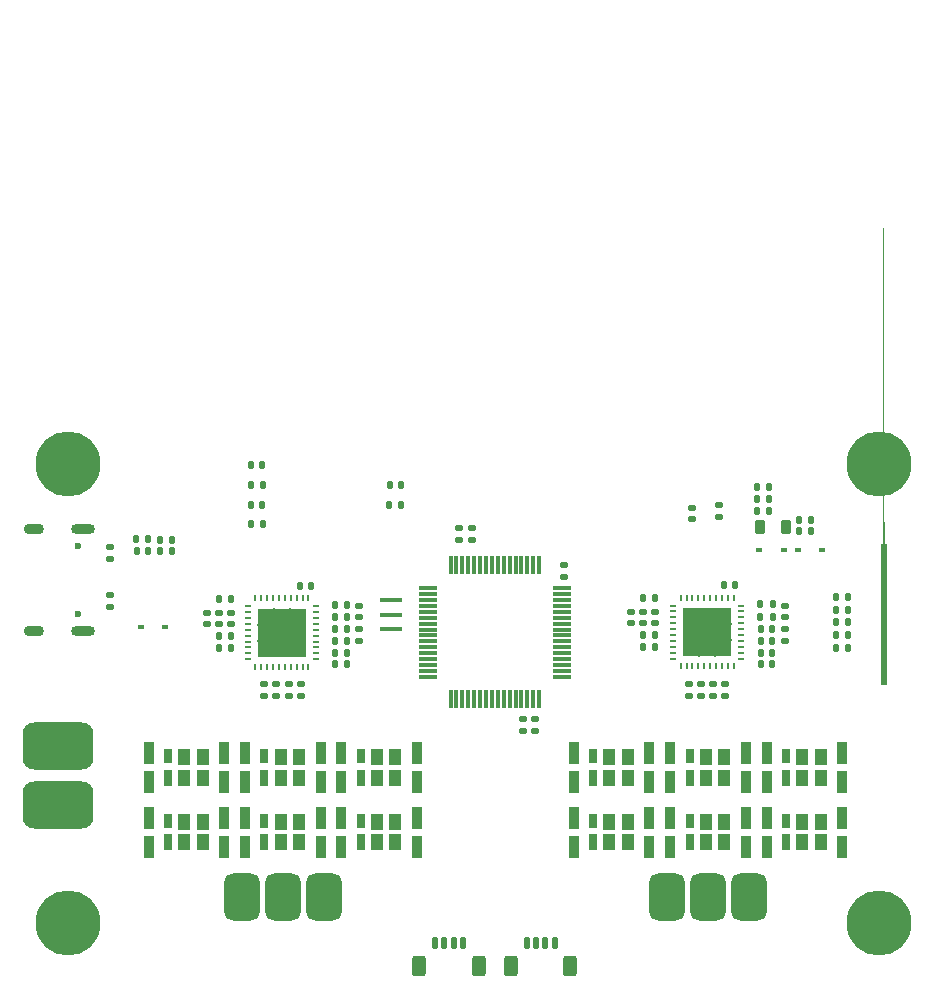
<source format=gbr>
%TF.GenerationSoftware,KiCad,Pcbnew,(6.0.4)*%
%TF.CreationDate,2023-01-05T12:04:56+08:00*%
%TF.ProjectId,FOC_Power,464f435f-506f-4776-9572-2e6b69636164,rev?*%
%TF.SameCoordinates,Original*%
%TF.FileFunction,Soldermask,Top*%
%TF.FilePolarity,Negative*%
%FSLAX46Y46*%
G04 Gerber Fmt 4.6, Leading zero omitted, Abs format (unit mm)*
G04 Created by KiCad (PCBNEW (6.0.4)) date 2023-01-05 12:04:56*
%MOMM*%
%LPD*%
G01*
G04 APERTURE LIST*
G04 Aperture macros list*
%AMRoundRect*
0 Rectangle with rounded corners*
0 $1 Rounding radius*
0 $2 $3 $4 $5 $6 $7 $8 $9 X,Y pos of 4 corners*
0 Add a 4 corners polygon primitive as box body*
4,1,4,$2,$3,$4,$5,$6,$7,$8,$9,$2,$3,0*
0 Add four circle primitives for the rounded corners*
1,1,$1+$1,$2,$3*
1,1,$1+$1,$4,$5*
1,1,$1+$1,$6,$7*
1,1,$1+$1,$8,$9*
0 Add four rect primitives between the rounded corners*
20,1,$1+$1,$2,$3,$4,$5,0*
20,1,$1+$1,$4,$5,$6,$7,0*
20,1,$1+$1,$6,$7,$8,$9,0*
20,1,$1+$1,$8,$9,$2,$3,0*%
%AMFreePoly0*
4,1,53,0.110896,1.805487,0.122688,1.805545,0.193687,1.776545,0.193915,1.776320,0.194234,1.776318,0.210222,1.760172,0.226318,1.744234,0.226320,1.743916,0.226545,1.743688,0.255545,1.672688,0.255487,1.660896,0.260000,1.650000,0.260000,-1.650000,0.255487,-1.660896,0.255545,-1.672688,0.226545,-1.743688,0.226320,-1.743916,0.226318,-1.744234,0.210222,-1.760172,0.194234,-1.776318,
0.193915,-1.776320,0.193687,-1.776545,0.122688,-1.805545,0.110896,-1.805487,0.100000,-1.810000,-0.100000,-1.810000,-0.110896,-1.805487,-0.122688,-1.805545,-0.193688,-1.776545,-0.193916,-1.776320,-0.194234,-1.776318,-0.210172,-1.760222,-0.226318,-1.744234,-0.226320,-1.743915,-0.226545,-1.743687,-0.255545,-1.672688,-0.255487,-1.660896,-0.260000,-1.650000,-0.260000,1.650000,-0.255487,1.660896,
-0.255545,1.672688,-0.226545,1.743687,-0.226320,1.743915,-0.226318,1.744234,-0.210172,1.760222,-0.194234,1.776318,-0.193916,1.776320,-0.193688,1.776545,-0.122688,1.805545,-0.110896,1.805487,-0.100000,1.810000,0.100000,1.810000,0.110896,1.805487,0.110896,1.805487,$1*%
G04 Aperture macros list end*
%ADD10RoundRect,0.135000X-0.135000X-0.185000X0.135000X-0.185000X0.135000X0.185000X-0.135000X0.185000X0*%
%ADD11RoundRect,0.140000X0.140000X0.170000X-0.140000X0.170000X-0.140000X-0.170000X0.140000X-0.170000X0*%
%ADD12RoundRect,0.135000X0.185000X-0.135000X0.185000X0.135000X-0.185000X0.135000X-0.185000X-0.135000X0*%
%ADD13RoundRect,0.140000X-0.140000X-0.170000X0.140000X-0.170000X0.140000X0.170000X-0.140000X0.170000X0*%
%ADD14RoundRect,0.135000X0.135000X0.185000X-0.135000X0.185000X-0.135000X-0.185000X0.135000X-0.185000X0*%
%ADD15RoundRect,0.135000X-0.185000X0.135000X-0.185000X-0.135000X0.185000X-0.135000X0.185000X0.135000X0*%
%ADD16O,0.599999X0.230000*%
%ADD17O,0.230000X0.599999*%
%ADD18R,4.149999X4.149999*%
%ADD19C,0.499999*%
%ADD20RoundRect,0.125000X-0.125000X-0.375000X0.125000X-0.375000X0.125000X0.375000X-0.125000X0.375000X0*%
%ADD21RoundRect,0.250000X-0.350000X-0.600000X0.350000X-0.600000X0.350000X0.600000X-0.350000X0.600000X0*%
%ADD22R,0.600000X0.450000*%
%ADD23RoundRect,1.000000X-2.000000X1.000000X-2.000000X-1.000000X2.000000X-1.000000X2.000000X1.000000X0*%
%ADD24RoundRect,0.750000X-0.750000X-1.250000X0.750000X-1.250000X0.750000X1.250000X-0.750000X1.250000X0*%
%ADD25RoundRect,0.140000X0.170000X-0.140000X0.170000X0.140000X-0.170000X0.140000X-0.170000X-0.140000X0*%
%ADD26RoundRect,0.140000X-0.170000X0.140000X-0.170000X-0.140000X0.170000X-0.140000X0.170000X0.140000X0*%
%ADD27C,5.500000*%
%ADD28R,0.900000X1.850000*%
%ADD29R,0.650000X1.151000*%
%ADD30R,0.650000X1.350000*%
%ADD31R,1.000000X1.350000*%
%ADD32R,1.900000X0.400000*%
%ADD33RoundRect,0.147500X-0.172500X0.147500X-0.172500X-0.147500X0.172500X-0.147500X0.172500X0.147500X0*%
%ADD34FreePoly0,90.000000*%
%ADD35RoundRect,0.147500X0.172500X-0.147500X0.172500X0.147500X-0.172500X0.147500X-0.172500X-0.147500X0*%
%ADD36RoundRect,0.218750X0.218750X0.381250X-0.218750X0.381250X-0.218750X-0.381250X0.218750X-0.381250X0*%
%ADD37RoundRect,0.075000X-0.700000X-0.075000X0.700000X-0.075000X0.700000X0.075000X-0.700000X0.075000X0*%
%ADD38RoundRect,0.075000X-0.075000X-0.700000X0.075000X-0.700000X0.075000X0.700000X-0.075000X0.700000X0*%
%ADD39C,0.600000*%
%ADD40O,1.700000X0.900000*%
%ADD41O,2.000000X0.900000*%
G04 APERTURE END LIST*
D10*
%TO.C,R19*%
X98585000Y-41575000D03*
X99605000Y-41575000D03*
%TD*%
D11*
%TO.C,C7*%
X61730660Y-31015000D03*
X60770660Y-31015000D03*
%TD*%
D12*
%TO.C,R10*%
X67715000Y-35635000D03*
X67715000Y-34615000D03*
%TD*%
D13*
%TO.C,C45*%
X53175000Y-39565000D03*
X54135000Y-39565000D03*
%TD*%
D11*
%TO.C,C8*%
X50000660Y-29345000D03*
X49040660Y-29345000D03*
%TD*%
D14*
%TO.C,R22*%
X93185000Y-42155000D03*
X92165000Y-42155000D03*
%TD*%
D13*
%TO.C,C2*%
X89085000Y-39485000D03*
X90045000Y-39485000D03*
%TD*%
%TO.C,C46*%
X56155000Y-43175000D03*
X57115000Y-43175000D03*
%TD*%
D15*
%TO.C,R24*%
X94205000Y-43175000D03*
X94205000Y-44195000D03*
%TD*%
D14*
%TO.C,R30*%
X57175000Y-41135000D03*
X56155000Y-41135000D03*
%TD*%
D16*
%TO.C,U7*%
X48745001Y-41264999D03*
X48745001Y-41764998D03*
X48745001Y-42265000D03*
X48745001Y-42764999D03*
X48745001Y-43265000D03*
X48745001Y-43765000D03*
X48745001Y-44264998D03*
X48745001Y-44765000D03*
X48745001Y-45264999D03*
X48745001Y-45765001D03*
D17*
X49394999Y-46414999D03*
X49894998Y-46414999D03*
X50395000Y-46414999D03*
X50894999Y-46414999D03*
X51395000Y-46414999D03*
X51895000Y-46414999D03*
X52394998Y-46414999D03*
X52895000Y-46414999D03*
X53394999Y-46414999D03*
X53895001Y-46414999D03*
D16*
X54544999Y-45765001D03*
X54544999Y-45264999D03*
X54544999Y-44765000D03*
X54544999Y-44264998D03*
X54544999Y-43765000D03*
X54544999Y-43265000D03*
X54544999Y-42764999D03*
X54544999Y-42265000D03*
X54544999Y-41764998D03*
X54544999Y-41264999D03*
D17*
X53895001Y-40615001D03*
X53394999Y-40615001D03*
X52895000Y-40615001D03*
X52394998Y-40615001D03*
X51895000Y-40615001D03*
X51395000Y-40615001D03*
X50894999Y-40615001D03*
X50395000Y-40615001D03*
X49894998Y-40615001D03*
X49394999Y-40615001D03*
D18*
X51645000Y-43515000D03*
D19*
X50960000Y-44200000D03*
X50960000Y-42830000D03*
X50960000Y-41690000D03*
X52330000Y-42830000D03*
X49820000Y-44200000D03*
X53470000Y-42830000D03*
X50960000Y-45340000D03*
X52330000Y-41690000D03*
X52330000Y-44200000D03*
X53470000Y-44200000D03*
X52330000Y-45340000D03*
X49820000Y-42830000D03*
%TD*%
D12*
%TO.C,R9*%
X66675000Y-35635000D03*
X66675000Y-34615000D03*
%TD*%
D10*
%TO.C,R13*%
X48995000Y-34345000D03*
X50015000Y-34345000D03*
%TD*%
D14*
%TO.C,R17*%
X99605000Y-42645000D03*
X98585000Y-42645000D03*
%TD*%
D20*
%TO.C,ENC0*%
X72355000Y-69795000D03*
X73155000Y-69795000D03*
X73955000Y-69795000D03*
X74755000Y-69795000D03*
D21*
X76055000Y-71745000D03*
X71055000Y-71745000D03*
%TD*%
D10*
%TO.C,R14*%
X95455000Y-34937500D03*
X96475000Y-34937500D03*
%TD*%
D11*
%TO.C,C19*%
X40295000Y-36595000D03*
X39335000Y-36595000D03*
%TD*%
D13*
%TO.C,C49*%
X46335000Y-40695000D03*
X47295000Y-40695000D03*
%TD*%
D22*
%TO.C,D7*%
X41785596Y-42995000D03*
X39685596Y-42995000D03*
%TD*%
D23*
%TO.C,J3*%
X32660000Y-53105000D03*
X32660000Y-58105000D03*
%TD*%
D24*
%TO.C,J1*%
X91210000Y-65890000D03*
X87710000Y-65890000D03*
X84210000Y-65890000D03*
%TD*%
D13*
%TO.C,C21*%
X41365000Y-35635000D03*
X42325000Y-35635000D03*
%TD*%
%TO.C,C35*%
X92175000Y-45195000D03*
X93135000Y-45195000D03*
%TD*%
D11*
%TO.C,C30*%
X99555000Y-40515000D03*
X98595000Y-40515000D03*
%TD*%
D25*
%TO.C,C31*%
X86395000Y-33900000D03*
X86395000Y-32940000D03*
%TD*%
D26*
%TO.C,C32*%
X88645000Y-32727500D03*
X88645000Y-33687500D03*
%TD*%
D25*
%TO.C,C4*%
X82215000Y-42715000D03*
X82215000Y-41755000D03*
%TD*%
D11*
%TO.C,C9*%
X49995000Y-32685000D03*
X49035000Y-32685000D03*
%TD*%
D10*
%TO.C,R12*%
X49010660Y-31005000D03*
X50030660Y-31005000D03*
%TD*%
D15*
%TO.C,R36*%
X50125000Y-47845000D03*
X50125000Y-48865000D03*
%TD*%
D27*
%TO.C,H2*%
X33505000Y-68125000D03*
%TD*%
D28*
%TO.C,Q2*%
X76350000Y-53725000D03*
X76350000Y-56125000D03*
X82750000Y-53725000D03*
X82750000Y-56125000D03*
D29*
X78000000Y-53975000D03*
D30*
X78000000Y-55775000D03*
D31*
X79375000Y-55775000D03*
X80925000Y-54075000D03*
X80925000Y-55775000D03*
X79375000Y-54075000D03*
%TD*%
D15*
%TO.C,R37*%
X52211666Y-47845000D03*
X52211666Y-48865000D03*
%TD*%
%TO.C,R20*%
X37075000Y-40315000D03*
X37075000Y-41335000D03*
%TD*%
D32*
%TO.C,Y1*%
X60885000Y-40775000D03*
X60885000Y-41975000D03*
X60885000Y-43175000D03*
%TD*%
D28*
%TO.C,Q6*%
X99075000Y-56125000D03*
X92675000Y-53725000D03*
X99075000Y-53725000D03*
X92675000Y-56125000D03*
D29*
X94325000Y-53975000D03*
D30*
X94325000Y-55775000D03*
D31*
X95700000Y-54075000D03*
X97250000Y-55775000D03*
X97250000Y-54075000D03*
X95700000Y-55775000D03*
%TD*%
D28*
%TO.C,Q12*%
X63080000Y-56125000D03*
X63080000Y-53725000D03*
X56680000Y-53725000D03*
X56680000Y-56125000D03*
D29*
X58330000Y-53975000D03*
D31*
X61255000Y-54075000D03*
X61255000Y-55775000D03*
D30*
X58330000Y-55775000D03*
D31*
X59705000Y-55775000D03*
X59705000Y-54075000D03*
%TD*%
D28*
%TO.C,Q8*%
X40355000Y-53725000D03*
X46755000Y-53725000D03*
X40355000Y-56125000D03*
X46755000Y-56125000D03*
D29*
X42005000Y-53975000D03*
D30*
X42005000Y-55775000D03*
D31*
X43380000Y-54075000D03*
X44930000Y-55775000D03*
X44930000Y-54075000D03*
X43380000Y-55775000D03*
%TD*%
D13*
%TO.C,C3*%
X92175000Y-43175000D03*
X93135000Y-43175000D03*
%TD*%
D28*
%TO.C,Q10*%
X48517500Y-53725000D03*
X54917500Y-53725000D03*
X54917500Y-56125000D03*
X48517500Y-56125000D03*
D29*
X50167500Y-53975000D03*
D30*
X50167500Y-55775000D03*
D31*
X51542500Y-54075000D03*
X53092500Y-54075000D03*
X51542500Y-55775000D03*
X53092500Y-55775000D03*
%TD*%
D28*
%TO.C,Q1*%
X82750000Y-59225000D03*
X82750000Y-61625000D03*
X76350000Y-61625000D03*
X76350000Y-59225000D03*
D29*
X78000000Y-59475000D03*
D31*
X80925000Y-59575000D03*
X80925000Y-61275000D03*
D30*
X78000000Y-61275000D03*
D31*
X79375000Y-61275000D03*
X79375000Y-59575000D03*
%TD*%
D33*
%TO.C,D1*%
X94205000Y-41247500D03*
X94205000Y-42217500D03*
%TD*%
D11*
%TO.C,C27*%
X92865000Y-32185000D03*
X91905000Y-32185000D03*
%TD*%
D28*
%TO.C,Q5*%
X99075000Y-61625000D03*
X99075000Y-59225000D03*
X92675000Y-61625000D03*
X92675000Y-59225000D03*
D29*
X94325000Y-59475000D03*
D31*
X95700000Y-61275000D03*
X97250000Y-61275000D03*
X95700000Y-59575000D03*
X97250000Y-59575000D03*
D30*
X94325000Y-61275000D03*
%TD*%
D34*
%TO.C,U5*%
X102585000Y-46175000D03*
X102585000Y-45475000D03*
X102585000Y-44775000D03*
X102585000Y-44075000D03*
X102585000Y-43375000D03*
X102585000Y-42675000D03*
X102585000Y-41975000D03*
X102585000Y-41275000D03*
X102585000Y-40575000D03*
X102585000Y-39875000D03*
X102585000Y-39175000D03*
X102585000Y-38475000D03*
X102585000Y-37775000D03*
%TD*%
D15*
%TO.C,R35*%
X51165000Y-47845000D03*
X51165000Y-48865000D03*
%TD*%
D24*
%TO.C,MOTOR1*%
X55245000Y-65920000D03*
X51745000Y-65920000D03*
X48245000Y-65920000D03*
%TD*%
D14*
%TO.C,R18*%
X99605000Y-43715000D03*
X98585000Y-43715000D03*
%TD*%
D28*
%TO.C,Q9*%
X54917500Y-59225000D03*
X54917500Y-61625000D03*
X48517500Y-61625000D03*
X48517500Y-59225000D03*
D29*
X50167500Y-59475000D03*
D31*
X53092500Y-59575000D03*
D30*
X50167500Y-61275000D03*
D31*
X53092500Y-61275000D03*
X51542500Y-61275000D03*
X51542500Y-59575000D03*
%TD*%
D15*
%TO.C,R31*%
X58175000Y-43175000D03*
X58175000Y-44195000D03*
%TD*%
D13*
%TO.C,C51*%
X56155000Y-45195000D03*
X57115000Y-45195000D03*
%TD*%
D15*
%TO.C,R43*%
X88155000Y-47835000D03*
X88155000Y-48855000D03*
%TD*%
D20*
%TO.C,ENC1*%
X64595000Y-69795000D03*
X65395000Y-69795000D03*
X66195000Y-69795000D03*
X66995000Y-69795000D03*
D21*
X63295000Y-71745000D03*
X68295000Y-71745000D03*
%TD*%
D25*
%TO.C,C47*%
X46295000Y-42775000D03*
X46295000Y-41815000D03*
%TD*%
D22*
%TO.C,D3*%
X95315000Y-36487500D03*
X97415000Y-36487500D03*
%TD*%
D28*
%TO.C,Q11*%
X63080000Y-59225000D03*
X56680000Y-61625000D03*
X63080000Y-61625000D03*
X56680000Y-59225000D03*
D29*
X58330000Y-59475000D03*
D30*
X58330000Y-61275000D03*
D31*
X61255000Y-59575000D03*
X61255000Y-61275000D03*
X59705000Y-61275000D03*
X59705000Y-59575000D03*
%TD*%
D13*
%TO.C,C52*%
X56155000Y-44185000D03*
X57115000Y-44185000D03*
%TD*%
%TO.C,C18*%
X95465000Y-33945000D03*
X96425000Y-33945000D03*
%TD*%
D12*
%TO.C,R21*%
X37075000Y-37305000D03*
X37075000Y-36285000D03*
%TD*%
D11*
%TO.C,C25*%
X92865000Y-33177500D03*
X91905000Y-33177500D03*
%TD*%
D10*
%TO.C,R16*%
X91895000Y-31185000D03*
X92915000Y-31185000D03*
%TD*%
D35*
%TO.C,D8*%
X58175000Y-42222500D03*
X58175000Y-41252500D03*
%TD*%
D15*
%TO.C,R44*%
X89195000Y-47835000D03*
X89195000Y-48855000D03*
%TD*%
D16*
%TO.C,U2*%
X84755001Y-41214999D03*
X84755001Y-41714998D03*
X84755001Y-42215000D03*
X84755001Y-42714999D03*
X84755001Y-43215000D03*
X84755001Y-43715000D03*
X84755001Y-44214998D03*
X84755001Y-44715000D03*
X84755001Y-45214999D03*
X84755001Y-45715001D03*
D17*
X85404999Y-46364999D03*
X85904998Y-46364999D03*
X86405000Y-46364999D03*
X86904999Y-46364999D03*
X87405000Y-46364999D03*
X87905000Y-46364999D03*
X88404998Y-46364999D03*
X88905000Y-46364999D03*
X89404999Y-46364999D03*
X89905001Y-46364999D03*
D16*
X90554999Y-45715001D03*
X90554999Y-45214999D03*
X90554999Y-44715000D03*
X90554999Y-44214998D03*
X90554999Y-43715000D03*
X90554999Y-43215000D03*
X90554999Y-42714999D03*
X90554999Y-42215000D03*
X90554999Y-41714998D03*
X90554999Y-41214999D03*
D17*
X89905001Y-40565001D03*
X89404999Y-40565001D03*
X88905000Y-40565001D03*
X88404998Y-40565001D03*
X87905000Y-40565001D03*
X87405000Y-40565001D03*
X86904999Y-40565001D03*
X86405000Y-40565001D03*
X85904998Y-40565001D03*
X85404999Y-40565001D03*
D18*
X87655000Y-43465000D03*
D19*
X85830000Y-44150000D03*
X89480000Y-44150000D03*
X88340000Y-44150000D03*
X89480000Y-42780000D03*
X88340000Y-41640000D03*
X85830000Y-42780000D03*
X86970000Y-45290000D03*
X86970000Y-44150000D03*
X86970000Y-42780000D03*
X88340000Y-45290000D03*
X86970000Y-41640000D03*
X88340000Y-42780000D03*
%TD*%
D15*
%TO.C,R42*%
X86075000Y-47835000D03*
X86075000Y-48855000D03*
%TD*%
D13*
%TO.C,C6*%
X82245000Y-40585000D03*
X83205000Y-40585000D03*
%TD*%
%TO.C,C22*%
X41355000Y-36625000D03*
X42315000Y-36625000D03*
%TD*%
%TO.C,C50*%
X56155000Y-46205000D03*
X57115000Y-46205000D03*
%TD*%
D25*
%TO.C,C48*%
X47325000Y-42775000D03*
X47325000Y-41815000D03*
%TD*%
D28*
%TO.C,Q7*%
X40355000Y-59225000D03*
X40355000Y-61625000D03*
X46755000Y-61625000D03*
X46755000Y-59225000D03*
D29*
X42005000Y-59475000D03*
D30*
X42005000Y-61275000D03*
D31*
X43380000Y-59575000D03*
X43380000Y-61275000D03*
X44930000Y-61275000D03*
X44930000Y-59575000D03*
%TD*%
D13*
%TO.C,C34*%
X92175000Y-46205000D03*
X93135000Y-46205000D03*
%TD*%
D14*
%TO.C,R40*%
X83225000Y-44755000D03*
X82205000Y-44755000D03*
%TD*%
D25*
%TO.C,C5*%
X83235000Y-42715000D03*
X83235000Y-41755000D03*
%TD*%
%TO.C,C44*%
X45275000Y-42765000D03*
X45275000Y-41805000D03*
%TD*%
D36*
%TO.C,L1*%
X94287500Y-34557500D03*
X92162500Y-34557500D03*
%TD*%
D14*
%TO.C,R29*%
X57165000Y-42165000D03*
X56145000Y-42165000D03*
%TD*%
%TO.C,R23*%
X93185000Y-41125000D03*
X92165000Y-41125000D03*
%TD*%
D27*
%TO.C,H3*%
X102175000Y-68115000D03*
%TD*%
D15*
%TO.C,R8*%
X72045000Y-50855000D03*
X72045000Y-51875000D03*
%TD*%
D12*
%TO.C,R11*%
X75495000Y-38805000D03*
X75495000Y-37785000D03*
%TD*%
D14*
%TO.C,R26*%
X47325000Y-44815000D03*
X46305000Y-44815000D03*
%TD*%
D10*
%TO.C,R3*%
X60740660Y-32685000D03*
X61760660Y-32685000D03*
%TD*%
D15*
%TO.C,R41*%
X87115000Y-47835000D03*
X87115000Y-48855000D03*
%TD*%
D22*
%TO.C,D4*%
X94135000Y-36487500D03*
X92035000Y-36487500D03*
%TD*%
D27*
%TO.C,H4*%
X33495000Y-29205000D03*
%TD*%
D25*
%TO.C,C1*%
X81195000Y-42715000D03*
X81195000Y-41755000D03*
%TD*%
D15*
%TO.C,R38*%
X53255000Y-47845000D03*
X53255000Y-48865000D03*
%TD*%
D11*
%TO.C,C20*%
X40285000Y-35615000D03*
X39325000Y-35615000D03*
%TD*%
D14*
%TO.C,R39*%
X83225000Y-43715000D03*
X82205000Y-43715000D03*
%TD*%
D13*
%TO.C,C36*%
X92175000Y-44185000D03*
X93135000Y-44185000D03*
%TD*%
D15*
%TO.C,R4*%
X73115000Y-50855000D03*
X73115000Y-51875000D03*
%TD*%
D28*
%TO.C,Q3*%
X84512500Y-59225000D03*
X90912500Y-59225000D03*
X90912500Y-61625000D03*
X84512500Y-61625000D03*
D29*
X86162500Y-59475000D03*
D31*
X87537500Y-61275000D03*
X87537500Y-59575000D03*
D30*
X86162500Y-61275000D03*
D31*
X89087500Y-59575000D03*
X89087500Y-61275000D03*
%TD*%
D11*
%TO.C,C29*%
X99555000Y-44775000D03*
X98595000Y-44775000D03*
%TD*%
D28*
%TO.C,Q4*%
X90912500Y-53725000D03*
X84512500Y-53725000D03*
X84512500Y-56125000D03*
X90912500Y-56125000D03*
D29*
X86162500Y-53975000D03*
D31*
X87537500Y-54075000D03*
X89087500Y-54075000D03*
X87537500Y-55775000D03*
D30*
X86162500Y-55775000D03*
D31*
X89087500Y-55775000D03*
%TD*%
D27*
%TO.C,H1*%
X102175000Y-29235000D03*
%TD*%
D14*
%TO.C,R25*%
X47325000Y-43775000D03*
X46305000Y-43775000D03*
%TD*%
D37*
%TO.C,U1*%
X64000000Y-39745000D03*
X64000000Y-40245000D03*
X64000000Y-40745000D03*
X64000000Y-41245000D03*
X64000000Y-41745000D03*
X64000000Y-42245000D03*
X64000000Y-42745000D03*
X64000000Y-43245000D03*
X64000000Y-43745000D03*
X64000000Y-44245000D03*
X64000000Y-44745000D03*
X64000000Y-45245000D03*
X64000000Y-45745000D03*
X64000000Y-46245000D03*
X64000000Y-46745000D03*
X64000000Y-47245000D03*
D38*
X65925000Y-49170000D03*
X66425000Y-49170000D03*
X66925000Y-49170000D03*
X67425000Y-49170000D03*
X67925000Y-49170000D03*
X68425000Y-49170000D03*
X68925000Y-49170000D03*
X69425000Y-49170000D03*
X69925000Y-49170000D03*
X70425000Y-49170000D03*
X70925000Y-49170000D03*
X71425000Y-49170000D03*
X71925000Y-49170000D03*
X72425000Y-49170000D03*
X72925000Y-49170000D03*
X73425000Y-49170000D03*
D37*
X75350000Y-47245000D03*
X75350000Y-46745000D03*
X75350000Y-46245000D03*
X75350000Y-45745000D03*
X75350000Y-45245000D03*
X75350000Y-44745000D03*
X75350000Y-44245000D03*
X75350000Y-43745000D03*
X75350000Y-43245000D03*
X75350000Y-42745000D03*
X75350000Y-42245000D03*
X75350000Y-41745000D03*
X75350000Y-41245000D03*
X75350000Y-40745000D03*
X75350000Y-40245000D03*
X75350000Y-39745000D03*
D38*
X73425000Y-37820000D03*
X72925000Y-37820000D03*
X72425000Y-37820000D03*
X71925000Y-37820000D03*
X71425000Y-37820000D03*
X70925000Y-37820000D03*
X70425000Y-37820000D03*
X69925000Y-37820000D03*
X69425000Y-37820000D03*
X68925000Y-37820000D03*
X68425000Y-37820000D03*
X67925000Y-37820000D03*
X67425000Y-37820000D03*
X66925000Y-37820000D03*
X66425000Y-37820000D03*
X65925000Y-37820000D03*
%TD*%
D39*
%TO.C,J2*%
X34350000Y-41945000D03*
X34350000Y-36165000D03*
D40*
X30660000Y-43375000D03*
D41*
X34830000Y-34735000D03*
X34830000Y-43375000D03*
D40*
X30660000Y-34735000D03*
%TD*%
M02*

</source>
